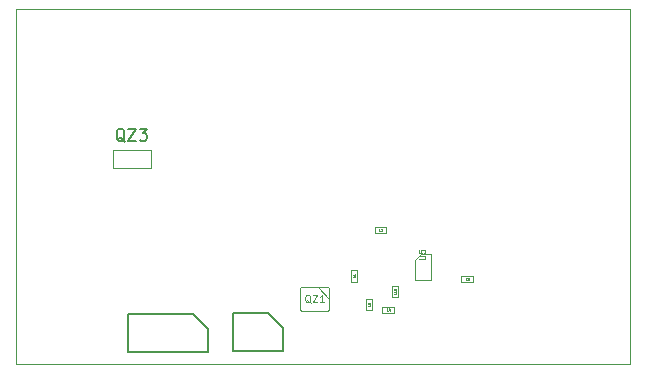
<source format=gbr>
G04 #@! TF.FileFunction,Other,Fab,Top*
%FSLAX46Y46*%
G04 Gerber Fmt 4.6, Leading zero omitted, Abs format (unit mm)*
G04 Created by KiCad (PCBNEW 4.0.2+dfsg1-stable) date mar 08 gen 2019 08:49:04 CET*
%MOMM*%
G01*
G04 APERTURE LIST*
%ADD10C,0.100000*%
%ADD11C,0.200000*%
%ADD12C,0.030000*%
%ADD13C,0.150000*%
%ADD14C,0.075000*%
%ADD15C,0.090000*%
G04 APERTURE END LIST*
D10*
X173697120Y-70957440D02*
X121697120Y-70957440D01*
X173697120Y-100957440D02*
X173697120Y-70957440D01*
X121697120Y-100957440D02*
X173697120Y-100957440D01*
X121697120Y-70957440D02*
X121697120Y-100957440D01*
X150082440Y-93044620D02*
X150582440Y-93044620D01*
X150082440Y-94044620D02*
X150082440Y-93044620D01*
X150582440Y-94044620D02*
X150082440Y-94044620D01*
X150582440Y-93044620D02*
X150582440Y-94044620D01*
X153051980Y-89397840D02*
X153051980Y-89897840D01*
X152051980Y-89397840D02*
X153051980Y-89397840D01*
X152051980Y-89897840D02*
X152051980Y-89397840D01*
X153051980Y-89897840D02*
X152051980Y-89897840D01*
X160387500Y-93555820D02*
X160387500Y-94055820D01*
X159387500Y-93555820D02*
X160387500Y-93555820D01*
X159387500Y-94055820D02*
X159387500Y-93555820D01*
X160387500Y-94055820D02*
X159387500Y-94055820D01*
X153720840Y-96146620D02*
X153720840Y-96646620D01*
X152720840Y-96146620D02*
X153720840Y-96146620D01*
X152720840Y-96646620D02*
X152720840Y-96146620D01*
X153720840Y-96646620D02*
X152720840Y-96646620D01*
X151849900Y-96459320D02*
X151349900Y-96459320D01*
X151849900Y-95459320D02*
X151849900Y-96459320D01*
X151349900Y-95459320D02*
X151849900Y-95459320D01*
X151349900Y-96459320D02*
X151349900Y-95459320D01*
X154062240Y-95360340D02*
X153562240Y-95360340D01*
X154062240Y-94360340D02*
X154062240Y-95360340D01*
X153562240Y-94360340D02*
X154062240Y-94360340D01*
X153562240Y-95360340D02*
X153562240Y-94360340D01*
D11*
X136702620Y-96764460D02*
X137972620Y-98034460D01*
X137972620Y-98034460D02*
X137972620Y-99964460D01*
X137972620Y-99964460D02*
X131222620Y-99964460D01*
X131222620Y-99964460D02*
X131222620Y-96764460D01*
X131222620Y-96764460D02*
X136702620Y-96764460D01*
X143031340Y-96674100D02*
X144301340Y-97944100D01*
X144301340Y-97944100D02*
X144301340Y-99874100D01*
X144301340Y-99874100D02*
X140051340Y-99874100D01*
X140051340Y-99874100D02*
X140051340Y-96674100D01*
X140051340Y-96674100D02*
X143031340Y-96674100D01*
D10*
X129894382Y-82886056D02*
X129894382Y-84386056D01*
X133094382Y-82886056D02*
X133094382Y-84386056D01*
X129894382Y-82886056D02*
X133094382Y-82886056D01*
X129894382Y-84386056D02*
X133094382Y-84386056D01*
X156841820Y-91682200D02*
X155991820Y-91682200D01*
X155491820Y-92182200D02*
X155491820Y-93882200D01*
X156841820Y-91682200D02*
X156841820Y-93882200D01*
X156841820Y-93882200D02*
X155491820Y-93882200D01*
X155991820Y-91682200D02*
X155491820Y-92182200D01*
X148128340Y-96469940D02*
X145828340Y-96469940D01*
X145828340Y-96469940D02*
X145728340Y-96369940D01*
X145728340Y-96369940D02*
X145728340Y-94569940D01*
X145728340Y-94569940D02*
X145828340Y-94469940D01*
X145828340Y-94469940D02*
X148128340Y-94469940D01*
X148128340Y-94469940D02*
X148228340Y-94569940D01*
X148228340Y-94569940D02*
X148228340Y-96369940D01*
X148228340Y-96369940D02*
X148128340Y-96469940D01*
X148228340Y-95469940D02*
X147228340Y-94469940D01*
D12*
X150422916Y-93577953D02*
X150422916Y-93673191D01*
X150222916Y-93673191D01*
X150422916Y-93406524D02*
X150422916Y-93520810D01*
X150422916Y-93463667D02*
X150222916Y-93463667D01*
X150251488Y-93482715D01*
X150270535Y-93501762D01*
X150280059Y-93520810D01*
X152518647Y-89738316D02*
X152423409Y-89738316D01*
X152423409Y-89538316D01*
X152575790Y-89557364D02*
X152585314Y-89547840D01*
X152604362Y-89538316D01*
X152651981Y-89538316D01*
X152671028Y-89547840D01*
X152680552Y-89557364D01*
X152690076Y-89576411D01*
X152690076Y-89595459D01*
X152680552Y-89624030D01*
X152566266Y-89738316D01*
X152690076Y-89738316D01*
X159854167Y-93896296D02*
X159758929Y-93896296D01*
X159758929Y-93696296D01*
X159901786Y-93696296D02*
X160025596Y-93696296D01*
X159958929Y-93772487D01*
X159987501Y-93772487D01*
X160006548Y-93782010D01*
X160016072Y-93791534D01*
X160025596Y-93810582D01*
X160025596Y-93858201D01*
X160016072Y-93877249D01*
X160006548Y-93886772D01*
X159987501Y-93896296D01*
X159930358Y-93896296D01*
X159911310Y-93886772D01*
X159901786Y-93877249D01*
X153187507Y-96487096D02*
X153092269Y-96487096D01*
X153092269Y-96287096D01*
X153339888Y-96353763D02*
X153339888Y-96487096D01*
X153292269Y-96277572D02*
X153244650Y-96420430D01*
X153368460Y-96420430D01*
X151690376Y-95992653D02*
X151690376Y-96087891D01*
X151490376Y-96087891D01*
X151490376Y-95830748D02*
X151490376Y-95925986D01*
X151585614Y-95935510D01*
X151576090Y-95925986D01*
X151566567Y-95906938D01*
X151566567Y-95859319D01*
X151576090Y-95840272D01*
X151585614Y-95830748D01*
X151604662Y-95821224D01*
X151652281Y-95821224D01*
X151671329Y-95830748D01*
X151680852Y-95840272D01*
X151690376Y-95859319D01*
X151690376Y-95906938D01*
X151680852Y-95925986D01*
X151671329Y-95935510D01*
X153902716Y-94988911D02*
X153902716Y-95084149D01*
X153702716Y-95084149D01*
X153902716Y-94817482D02*
X153902716Y-94931768D01*
X153902716Y-94874625D02*
X153702716Y-94874625D01*
X153731288Y-94893673D01*
X153750335Y-94912720D01*
X153759859Y-94931768D01*
X153902716Y-94627006D02*
X153902716Y-94741292D01*
X153902716Y-94684149D02*
X153702716Y-94684149D01*
X153731288Y-94703197D01*
X153750335Y-94722244D01*
X153759859Y-94741292D01*
D13*
X130922954Y-82183675D02*
X130827716Y-82136056D01*
X130732478Y-82040818D01*
X130589621Y-81897961D01*
X130494382Y-81850342D01*
X130399144Y-81850342D01*
X130446763Y-82088437D02*
X130351525Y-82040818D01*
X130256287Y-81945580D01*
X130208668Y-81755104D01*
X130208668Y-81421770D01*
X130256287Y-81231294D01*
X130351525Y-81136056D01*
X130446763Y-81088437D01*
X130637240Y-81088437D01*
X130732478Y-81136056D01*
X130827716Y-81231294D01*
X130875335Y-81421770D01*
X130875335Y-81755104D01*
X130827716Y-81945580D01*
X130732478Y-82040818D01*
X130637240Y-82088437D01*
X130446763Y-82088437D01*
X131208668Y-81088437D02*
X131875335Y-81088437D01*
X131208668Y-82088437D01*
X131875335Y-82088437D01*
X132161049Y-81088437D02*
X132780097Y-81088437D01*
X132446763Y-81469389D01*
X132589621Y-81469389D01*
X132684859Y-81517008D01*
X132732478Y-81564627D01*
X132780097Y-81659866D01*
X132780097Y-81897961D01*
X132732478Y-81993199D01*
X132684859Y-82040818D01*
X132589621Y-82088437D01*
X132303906Y-82088437D01*
X132208668Y-82040818D01*
X132161049Y-81993199D01*
D14*
X155814270Y-92119212D02*
X156219032Y-92119212D01*
X156266651Y-92095403D01*
X156290461Y-92071593D01*
X156314270Y-92023974D01*
X156314270Y-91928736D01*
X156290461Y-91881117D01*
X156266651Y-91857308D01*
X156219032Y-91833498D01*
X155814270Y-91833498D01*
X155814270Y-91357307D02*
X155814270Y-91595402D01*
X156052366Y-91619212D01*
X156028556Y-91595402D01*
X156004747Y-91547783D01*
X156004747Y-91428736D01*
X156028556Y-91381117D01*
X156052366Y-91357307D01*
X156099985Y-91333498D01*
X156219032Y-91333498D01*
X156266651Y-91357307D01*
X156290461Y-91381117D01*
X156314270Y-91428736D01*
X156314270Y-91547783D01*
X156290461Y-91595402D01*
X156266651Y-91619212D01*
D15*
X146635483Y-95798511D02*
X146578340Y-95769940D01*
X146521197Y-95712797D01*
X146435483Y-95627083D01*
X146378340Y-95598511D01*
X146321197Y-95598511D01*
X146349769Y-95741369D02*
X146292626Y-95712797D01*
X146235483Y-95655654D01*
X146206912Y-95541369D01*
X146206912Y-95341369D01*
X146235483Y-95227083D01*
X146292626Y-95169940D01*
X146349769Y-95141369D01*
X146464055Y-95141369D01*
X146521197Y-95169940D01*
X146578340Y-95227083D01*
X146606912Y-95341369D01*
X146606912Y-95541369D01*
X146578340Y-95655654D01*
X146521197Y-95712797D01*
X146464055Y-95741369D01*
X146349769Y-95741369D01*
X146806911Y-95141369D02*
X147206911Y-95141369D01*
X146806911Y-95741369D01*
X147206911Y-95741369D01*
X147749769Y-95741369D02*
X147406912Y-95741369D01*
X147578340Y-95741369D02*
X147578340Y-95141369D01*
X147521197Y-95227083D01*
X147464055Y-95284226D01*
X147406912Y-95312797D01*
M02*

</source>
